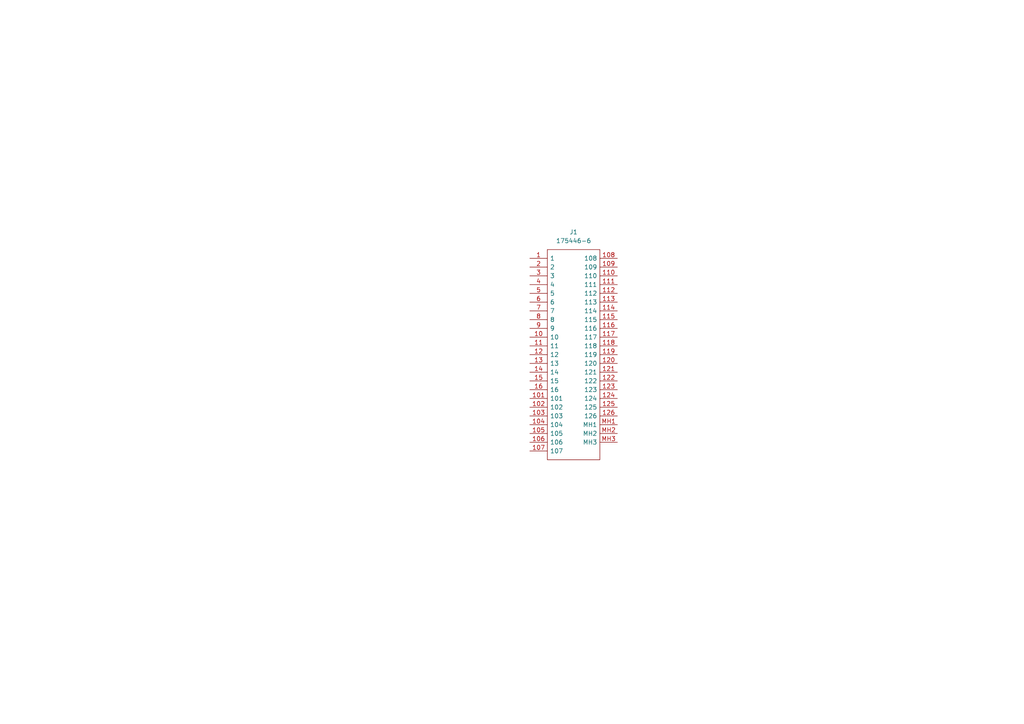
<source format=kicad_sch>
(kicad_sch (version 20230121) (generator eeschema)
  (paper "A4")
  (lib_symbols
    (symbol "4EFE ECU Connector:175446-6" (pin_names (offset 0.762))
      (property "Reference" "J" (at 21.59 7.62 0))
      (property "Value" "175446-6" (at 21.59 5.08 0))
      (symbol "175446-6_0_0"
        (pin passive line (at 0 0 0) (length 5.08) (name "1") (number "1"))
        (pin passive line (at 0 -22.86 0) (length 5.08) (name "10") (number "10"))
        (pin passive line (at 0 -40.64 0) (length 5.08) (name "101") (number "101"))
        (pin passive line (at 0 -43.18 0) (length 5.08) (name "102") (number "102"))
        (pin passive line (at 0 -45.72 0) (length 5.08) (name "103") (number "103"))
        (pin passive line (at 0 -48.26 0) (length 5.08) (name "104") (number "104"))
        (pin passive line (at 0 -50.8 0) (length 5.08) (name "105") (number "105"))
        (pin passive line (at 0 -53.34 0) (length 5.08) (name "106") (number "106"))
        (pin passive line (at 0 -55.88 0) (length 5.08) (name "107") (number "107"))
        (pin passive line (at 25.4 0 180) (length 5.08) (name "108") (number "108"))
        (pin passive line (at 25.4 -2.54 180) (length 5.08) (name "109") (number "109"))
        (pin passive line (at 0 -25.4 0) (length 5.08) (name "11") (number "11"))
        (pin passive line (at 25.4 -5.08 180) (length 5.08) (name "110") (number "110"))
        (pin passive line (at 25.4 -7.62 180) (length 5.08) (name "111") (number "111"))
        (pin passive line (at 25.4 -10.16 180) (length 5.08) (name "112") (number "112"))
        (pin passive line (at 25.4 -12.7 180) (length 5.08) (name "113") (number "113"))
        (pin passive line (at 25.4 -15.24 180) (length 5.08) (name "114") (number "114"))
        (pin passive line (at 25.4 -17.78 180) (length 5.08) (name "115") (number "115"))
        (pin passive line (at 25.4 -20.32 180) (length 5.08) (name "116") (number "116"))
        (pin passive line (at 25.4 -22.86 180) (length 5.08) (name "117") (number "117"))
        (pin passive line (at 25.4 -25.4 180) (length 5.08) (name "118") (number "118"))
        (pin passive line (at 25.4 -27.94 180) (length 5.08) (name "119") (number "119"))
        (pin passive line (at 0 -27.94 0) (length 5.08) (name "12") (number "12"))
        (pin passive line (at 25.4 -30.48 180) (length 5.08) (name "120") (number "120"))
        (pin passive line (at 25.4 -33.02 180) (length 5.08) (name "121") (number "121"))
        (pin passive line (at 25.4 -35.56 180) (length 5.08) (name "122") (number "122"))
        (pin passive line (at 25.4 -38.1 180) (length 5.08) (name "123") (number "123"))
        (pin passive line (at 25.4 -40.64 180) (length 5.08) (name "124") (number "124"))
        (pin passive line (at 25.4 -43.18 180) (length 5.08) (name "125") (number "125"))
        (pin passive line (at 25.4 -45.72 180) (length 5.08) (name "126") (number "126"))
        (pin passive line (at 0 -30.48 0) (length 5.08) (name "13") (number "13"))
        (pin passive line (at 0 -33.02 0) (length 5.08) (name "14") (number "14"))
        (pin passive line (at 0 -35.56 0) (length 5.08) (name "15") (number "15"))
        (pin passive line (at 0 -38.1 0) (length 5.08) (name "16") (number "16"))
        (pin passive line (at 0 -2.54 0) (length 5.08) (name "2") (number "2"))
        (pin passive line (at 0 -5.08 0) (length 5.08) (name "3") (number "3"))
        (pin passive line (at 0 -7.62 0) (length 5.08) (name "4") (number "4"))
        (pin passive line (at 0 -10.16 0) (length 5.08) (name "5") (number "5"))
        (pin passive line (at 0 -12.7 0) (length 5.08) (name "6") (number "6"))
        (pin passive line (at 0 -15.24 0) (length 5.08) (name "7") (number "7"))
        (pin passive line (at 0 -17.78 0) (length 5.08) (name "8") (number "8"))
        (pin passive line (at 0 -20.32 0) (length 5.08) (name "9") (number "9"))
        (pin passive line (at 25.4 -48.26 180) (length 5.08) (name "MH1") (number "MH1"))
        (pin passive line (at 25.4 -50.8 180) (length 5.08) (name "MH2") (number "MH2"))
        (pin passive line (at 25.4 -53.34 180) (length 5.08) (name "MH3") (number "MH3"))
      )
      (symbol "175446-6_0_1"
        (polyline (pts (xy 5.08 2.54) (xy 20.32 2.54) (xy 20.32 -58.42) (xy 5.08 -58.42) (xy 5.08 2.54)) (stroke (width 0.1524)))
      )
    )
  )
  (symbol (lib_id "4EFE ECU Connector:175446-6") (at 153.67 74.93 0) (unit 1)
    (property "Reference" "J1" (at 166.37 67.31 0))
    (property "Value" "175446-6" (at 166.37 69.85 0))
    (property "Footprint" "4EFE ECU Connector:1754466" (effects hide))
    (property "Datasheet" "https://www.te.com/commerce/DocumentDelivery/DDEController?Action=srchrtrv&DocNm=175446&DocType=Customer+Drawing&DocLang=Japanese" (effects hide))
    (property "Description" "0.40/0.70 Hybrid Housing,cap,r/a,DR,42w" (effects hide))
    (property "Height" "22.2" (effects hide))
    (property "Manufacturer_Name" "TE Connectivity" (effects hide))
    (property "Manufacturer_Part_Number" "175446-6" (effects hide))
    (property "Mouser Part Number" "571-175446-6" (effects hide))
    (property "Mouser Price/Stock" "https://www.mouser.co.uk/ProductDetail/TE-Connectivity-AMP/175446-6?qs=NCjoA4VtBPm%2FgYobaI%252BBdg%3D%3D" (effects hide))
  )
)
</source>
